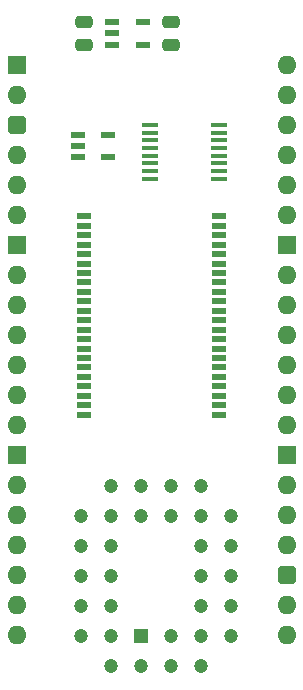
<source format=gts>
%TF.GenerationSoftware,KiCad,Pcbnew,7.0.5*%
%TF.CreationDate,2024-02-22T08:35:51+02:00*%
%TF.ProjectId,HCP65 MPU Memory,48435036-3520-44d5-9055-204d656d6f72,V1*%
%TF.SameCoordinates,PX525bfc0PY43d3480*%
%TF.FileFunction,Soldermask,Top*%
%TF.FilePolarity,Negative*%
%FSLAX46Y46*%
G04 Gerber Fmt 4.6, Leading zero omitted, Abs format (unit mm)*
G04 Created by KiCad (PCBNEW 7.0.5) date 2024-02-22 08:35:51*
%MOMM*%
%LPD*%
G01*
G04 APERTURE LIST*
G04 Aperture macros list*
%AMRoundRect*
0 Rectangle with rounded corners*
0 $1 Rounding radius*
0 $2 $3 $4 $5 $6 $7 $8 $9 X,Y pos of 4 corners*
0 Add a 4 corners polygon primitive as box body*
4,1,4,$2,$3,$4,$5,$6,$7,$8,$9,$2,$3,0*
0 Add four circle primitives for the rounded corners*
1,1,$1+$1,$2,$3*
1,1,$1+$1,$4,$5*
1,1,$1+$1,$6,$7*
1,1,$1+$1,$8,$9*
0 Add four rect primitives between the rounded corners*
20,1,$1+$1,$2,$3,$4,$5,0*
20,1,$1+$1,$4,$5,$6,$7,0*
20,1,$1+$1,$6,$7,$8,$9,0*
20,1,$1+$1,$8,$9,$2,$3,0*%
G04 Aperture macros list end*
%ADD10R,1.200000X1.200000*%
%ADD11C,1.200000*%
%ADD12R,1.150000X0.600000*%
%ADD13RoundRect,0.250000X0.475000X-0.250000X0.475000X0.250000X-0.475000X0.250000X-0.475000X-0.250000X0*%
%ADD14R,1.250000X0.600000*%
%ADD15R,1.450000X0.450000*%
%ADD16R,1.600000X1.600000*%
%ADD17O,1.600000X1.600000*%
%ADD18RoundRect,0.400000X-0.400000X-0.400000X0.400000X-0.400000X0.400000X0.400000X-0.400000X0.400000X0*%
%ADD19RoundRect,0.250000X-0.475000X0.250000X-0.475000X-0.250000X0.475000X-0.250000X0.475000X0.250000X0*%
%ADD20R,1.295000X0.600000*%
G04 APERTURE END LIST*
D10*
%TO.C,IC46*%
X10541000Y-48387000D03*
D11*
X13081000Y-50927000D03*
X13081000Y-48387000D03*
X15621000Y-50927000D03*
X18161000Y-48387000D03*
X15621000Y-48387000D03*
X18161000Y-45847000D03*
X15621000Y-45847000D03*
X18161000Y-43307000D03*
X15621000Y-43307000D03*
X18161000Y-40767000D03*
X15621000Y-40767000D03*
X18161000Y-38227000D03*
X15621000Y-35687000D03*
X15621000Y-38227000D03*
X13081000Y-35687000D03*
X13081000Y-38227000D03*
X10541000Y-35687000D03*
X10541000Y-38227000D03*
X8001000Y-35687000D03*
X5461000Y-38227000D03*
X8001000Y-38227000D03*
X5461000Y-40767000D03*
X8001000Y-40767000D03*
X5461000Y-43307000D03*
X8001000Y-43307000D03*
X5461000Y-45847000D03*
X8001000Y-45847000D03*
X5461000Y-48387000D03*
X8001000Y-50927000D03*
X8001000Y-48387000D03*
X10541000Y-50927000D03*
%TD*%
D12*
%TO.C,IC45*%
X8098000Y3617000D03*
X8098000Y2667000D03*
X8098000Y1717000D03*
X10698000Y1717000D03*
X10698000Y3617000D03*
%TD*%
D13*
%TO.C,C49*%
X5715000Y1733000D03*
X5715000Y3633000D03*
%TD*%
D14*
%TO.C,IC48*%
X5227000Y-5908000D03*
X5227000Y-6858000D03*
X5227000Y-7808000D03*
X7727000Y-7808000D03*
X7727000Y-5908000D03*
%TD*%
D15*
%TO.C,IC49*%
X17149000Y-9641000D03*
X17149000Y-8991000D03*
X17149000Y-8341000D03*
X17149000Y-7691000D03*
X17149000Y-7041000D03*
X17149000Y-6391000D03*
X17149000Y-5741000D03*
X17149000Y-5091000D03*
X11299000Y-5091000D03*
X11299000Y-5741000D03*
X11299000Y-6391000D03*
X11299000Y-7041000D03*
X11299000Y-7691000D03*
X11299000Y-8341000D03*
X11299000Y-8991000D03*
X11299000Y-9641000D03*
%TD*%
D16*
%TO.C,J8*%
X0Y0D03*
D17*
X0Y-2540000D03*
D18*
X0Y-5080000D03*
D17*
X0Y-7620000D03*
X0Y-10160000D03*
X0Y-12700000D03*
D16*
X0Y-15240000D03*
D17*
X0Y-17780000D03*
X0Y-20320000D03*
X0Y-22860000D03*
X0Y-25400000D03*
X0Y-27940000D03*
X0Y-30480000D03*
D16*
X0Y-33020000D03*
D17*
X0Y-35560000D03*
X0Y-38100000D03*
X0Y-40640000D03*
X0Y-43180000D03*
X0Y-45720000D03*
X0Y-48260000D03*
X22860000Y-48260000D03*
X22860000Y-45720000D03*
D18*
X22860000Y-43180000D03*
D17*
X22860000Y-40640000D03*
X22860000Y-38100000D03*
X22860000Y-35560000D03*
D16*
X22860000Y-33020000D03*
D17*
X22860000Y-30480000D03*
X22860000Y-27940000D03*
X22860000Y-25400000D03*
X22860000Y-22860000D03*
X22860000Y-20320000D03*
X22860000Y-17780000D03*
D16*
X22860000Y-15240000D03*
D17*
X22860000Y-12700000D03*
X22860000Y-10160000D03*
X22860000Y-7620000D03*
X22860000Y-5080000D03*
X22860000Y-2540000D03*
X22860000Y0D03*
%TD*%
D19*
%TO.C,C50*%
X13081000Y3601000D03*
X13081000Y1701000D03*
%TD*%
D20*
%TO.C,IC25*%
X5702000Y-12809000D03*
X5702000Y-13609000D03*
X5702000Y-14409000D03*
X5702000Y-15209000D03*
X5702000Y-16009000D03*
X5702000Y-16809000D03*
X5702000Y-17609000D03*
X5702000Y-18409000D03*
X5702000Y-19209000D03*
X5702000Y-20009000D03*
X5702000Y-20809000D03*
X5702000Y-21609000D03*
X5702000Y-22409000D03*
X5702000Y-23209000D03*
X5702000Y-24009000D03*
X5702000Y-24809000D03*
X5702000Y-25609000D03*
X5702000Y-26409000D03*
X5702000Y-27209000D03*
X5702000Y-28009000D03*
X5702000Y-28809000D03*
X5702000Y-29609000D03*
X17158000Y-29609000D03*
X17158000Y-28809000D03*
X17158000Y-28009000D03*
X17158000Y-27209000D03*
X17158000Y-26409000D03*
X17158000Y-25609000D03*
X17158000Y-24809000D03*
X17158000Y-24009000D03*
X17158000Y-23209000D03*
X17158000Y-22409000D03*
X17158000Y-21609000D03*
X17158000Y-20809000D03*
X17158000Y-20009000D03*
X17158000Y-19209000D03*
X17158000Y-18409000D03*
X17158000Y-17609000D03*
X17158000Y-16809000D03*
X17158000Y-16009000D03*
X17158000Y-15209000D03*
X17158000Y-14409000D03*
X17158000Y-13609000D03*
X17158000Y-12809000D03*
%TD*%
M02*

</source>
